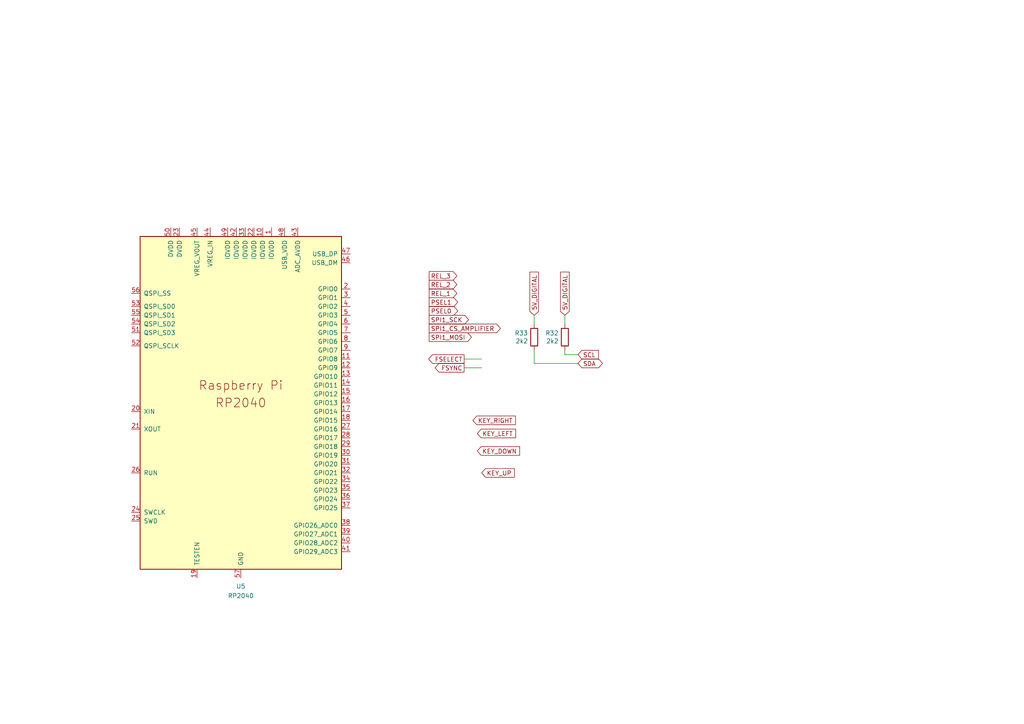
<source format=kicad_sch>
(kicad_sch (version 20210621) (generator eeschema)
  (paper "A4")
  (lib_symbols
    (symbol "Device:R" (pin_numbers hide) (pin_names (offset 0))
      (property "Reference" "R" (at 2.032 0 90))
      (property "Value" "R" (at 0 0 90))
      (symbol "R_0_1"
        (rectangle (start -1.016 -2.54) (end 1.016 2.54) (stroke (width 0.254)))
      )
      (symbol "R_1_1"
        (pin passive line (at 0 3.81 270) (length 1.27) (name "~") (number "1"))
        (pin passive line (at 0 -3.81 90) (length 1.27) (name "~") (number "2"))
      )
    )
    (symbol "MCU_RaspberryPi_and_Boards:RP2040" (pin_names (offset 1.016))
      (property "Reference" "U" (at -29.21 49.53 0))
      (property "Value" "RP2040" (at 24.13 -49.53 0))
      (symbol "RP2040_0_0"
        (text "Raspberry Pi" (at 0 5.08 0) (effects (font (size 2.54 2.54))))
        (text "RP2040" (at 0 0 0) (effects (font (size 2.54 2.54))))
      )
      (symbol "RP2040_0_1"
        (rectangle (start 29.21 48.26) (end -29.21 -48.26) (stroke (width 0.254)) (fill (type background)))
      )
      (symbol "RP2040_1_1"
        (pin power_in line (at 8.89 50.8 270) (length 2.54) (name "IOVDD") (number "1"))
        (pin power_in line (at 6.35 50.8 270) (length 2.54) (name "IOVDD") (number "10"))
        (pin bidirectional line (at 31.75 12.7 180) (length 2.54) (name "GPIO8") (number "11"))
        (pin bidirectional line (at 31.75 10.16 180) (length 2.54) (name "GPIO9") (number "12"))
        (pin bidirectional line (at 31.75 7.62 180) (length 2.54) (name "GPIO10") (number "13"))
        (pin bidirectional line (at 31.75 5.08 180) (length 2.54) (name "GPIO11") (number "14"))
        (pin bidirectional line (at 31.75 2.54 180) (length 2.54) (name "GPIO12") (number "15"))
        (pin bidirectional line (at 31.75 0 180) (length 2.54) (name "GPIO13") (number "16"))
        (pin bidirectional line (at 31.75 -2.54 180) (length 2.54) (name "GPIO14") (number "17"))
        (pin bidirectional line (at 31.75 -5.08 180) (length 2.54) (name "GPIO15") (number "18"))
        (pin passive line (at -12.7 -50.8 90) (length 2.54) (name "TESTEN") (number "19"))
        (pin bidirectional line (at 31.75 33.02 180) (length 2.54) (name "GPIO0") (number "2"))
        (pin input line (at -31.75 -2.54 0) (length 2.54) (name "XIN") (number "20"))
        (pin passive line (at -31.75 -7.62 0) (length 2.54) (name "XOUT") (number "21"))
        (pin power_in line (at 3.81 50.8 270) (length 2.54) (name "IOVDD") (number "22"))
        (pin power_in line (at -17.78 50.8 270) (length 2.54) (name "DVDD") (number "23"))
        (pin output line (at -31.75 -31.75 0) (length 2.54) (name "SWCLK") (number "24"))
        (pin bidirectional line (at -31.75 -34.29 0) (length 2.54) (name "SWD") (number "25"))
        (pin input line (at -31.75 -20.32 0) (length 2.54) (name "RUN") (number "26"))
        (pin bidirectional line (at 31.75 -7.62 180) (length 2.54) (name "GPIO16") (number "27"))
        (pin bidirectional line (at 31.75 -10.16 180) (length 2.54) (name "GPIO17") (number "28"))
        (pin bidirectional line (at 31.75 -12.7 180) (length 2.54) (name "GPIO18") (number "29"))
        (pin bidirectional line (at 31.75 30.48 180) (length 2.54) (name "GPIO1") (number "3"))
        (pin bidirectional line (at 31.75 -15.24 180) (length 2.54) (name "GPIO19") (number "30"))
        (pin bidirectional line (at 31.75 -17.78 180) (length 2.54) (name "GPIO20") (number "31"))
        (pin bidirectional line (at 31.75 -20.32 180) (length 2.54) (name "GPIO21") (number "32"))
        (pin power_in line (at 1.27 50.8 270) (length 2.54) (name "IOVDD") (number "33"))
        (pin bidirectional line (at 31.75 -22.86 180) (length 2.54) (name "GPIO22") (number "34"))
        (pin bidirectional line (at 31.75 -25.4 180) (length 2.54) (name "GPIO23") (number "35"))
        (pin bidirectional line (at 31.75 -27.94 180) (length 2.54) (name "GPIO24") (number "36"))
        (pin bidirectional line (at 31.75 -30.48 180) (length 2.54) (name "GPIO25") (number "37"))
        (pin bidirectional line (at 31.75 -35.56 180) (length 2.54) (name "GPIO26_ADC0") (number "38"))
        (pin bidirectional line (at 31.75 -38.1 180) (length 2.54) (name "GPIO27_ADC1") (number "39"))
        (pin bidirectional line (at 31.75 27.94 180) (length 2.54) (name "GPIO2") (number "4"))
        (pin bidirectional line (at 31.75 -40.64 180) (length 2.54) (name "GPIO28_ADC2") (number "40"))
        (pin bidirectional line (at 31.75 -43.18 180) (length 2.54) (name "GPIO29_ADC3") (number "41"))
        (pin power_in line (at -1.27 50.8 270) (length 2.54) (name "IOVDD") (number "42"))
        (pin power_in line (at 16.51 50.8 270) (length 2.54) (name "ADC_AVDD") (number "43"))
        (pin power_in line (at -8.89 50.8 270) (length 2.54) (name "VREG_IN") (number "44"))
        (pin power_out line (at -12.7 50.8 270) (length 2.54) (name "VREG_VOUT") (number "45"))
        (pin bidirectional line (at 31.75 40.64 180) (length 2.54) (name "USB_DM") (number "46"))
        (pin bidirectional line (at 31.75 43.18 180) (length 2.54) (name "USB_DP") (number "47"))
        (pin power_in line (at 12.7 50.8 270) (length 2.54) (name "USB_VDD") (number "48"))
        (pin power_in line (at -3.81 50.8 270) (length 2.54) (name "IOVDD") (number "49"))
        (pin bidirectional line (at 31.75 25.4 180) (length 2.54) (name "GPIO3") (number "5"))
        (pin power_in line (at -20.32 50.8 270) (length 2.54) (name "DVDD") (number "50"))
        (pin bidirectional line (at -31.75 20.32 0) (length 2.54) (name "QSPI_SD3") (number "51"))
        (pin output line (at -31.75 16.51 0) (length 2.54) (name "QSPI_SCLK") (number "52"))
        (pin bidirectional line (at -31.75 27.94 0) (length 2.54) (name "QSPI_SD0") (number "53"))
        (pin bidirectional line (at -31.75 22.86 0) (length 2.54) (name "QSPI_SD2") (number "54"))
        (pin bidirectional line (at -31.75 25.4 0) (length 2.54) (name "QSPI_SD1") (number "55"))
        (pin bidirectional line (at -31.75 31.75 0) (length 2.54) (name "QSPI_SS") (number "56"))
        (pin power_in line (at 0 -50.8 90) (length 2.54) (name "GND") (number "57"))
        (pin bidirectional line (at 31.75 22.86 180) (length 2.54) (name "GPIO4") (number "6"))
        (pin bidirectional line (at 31.75 20.32 180) (length 2.54) (name "GPIO5") (number "7"))
        (pin bidirectional line (at 31.75 17.78 180) (length 2.54) (name "GPIO6") (number "8"))
        (pin bidirectional line (at 31.75 15.24 180) (length 2.54) (name "GPIO7") (number "9"))
      )
    )
  )
  (wire (pts (xy 139.7 104.14) (xy 134.62 104.14)))
  (wire (pts (xy 139.7 106.68) (xy 134.62 106.68)))
  (wire (pts (xy 154.94 93.98) (xy 154.94 91.44)))
  (wire (pts (xy 154.94 101.6) (xy 154.94 105.41)))
  (wire (pts (xy 154.94 105.41) (xy 167.64 105.41)))
  (wire (pts (xy 163.83 93.98) (xy 163.83 91.44)))
  (wire (pts (xy 163.83 101.6) (xy 163.83 102.87)))
  (wire (pts (xy 163.83 102.87) (xy 167.64 102.87)))
  (global_label "REL_3" (shape output) (at 124.46 80.01 0) (property "Intersheet References" "${INTERSHEET_REFS}" (effects hide)))
  (global_label "REL_2" (shape output) (at 124.46 82.55 0) (property "Intersheet References" "${INTERSHEET_REFS}" (effects hide)))
  (global_label "REL_1" (shape output) (at 124.46 85.09 0) (property "Intersheet References" "${INTERSHEET_REFS}" (effects hide)))
  (global_label "PSEL1" (shape output) (at 124.46 87.63 0) (property "Intersheet References" "${INTERSHEET_REFS}" (effects hide)))
  (global_label "PSEL0" (shape output) (at 124.46 90.17 0) (property "Intersheet References" "${INTERSHEET_REFS}" (effects hide)))
  (global_label "SPI1_SCK" (shape output) (at 124.46 92.71 0) (property "Intersheet References" "${INTERSHEET_REFS}" (effects hide)))
  (global_label "SPI1_CS_AMPLIFIER" (shape output) (at 124.46 95.25 0) (property "Intersheet References" "${INTERSHEET_REFS}" (effects hide)))
  (global_label "SPI1_MOSI" (shape output) (at 124.46 97.79 0) (property "Intersheet References" "${INTERSHEET_REFS}" (effects hide)))
  (global_label "FSELECT" (shape output) (at 134.62 104.14 180) (property "Intersheet References" "${INTERSHEET_REFS}" (effects hide)))
  (global_label "FSYNC" (shape output) (at 134.62 106.68 180) (property "Intersheet References" "${INTERSHEET_REFS}" (effects hide)))
  (global_label "KEY_RIGHT" (shape input) (at 137.16 121.92 0) (property "Intersheet References" "${INTERSHEET_REFS}" (effects hide)))
  (global_label "KEY_LEFT" (shape input) (at 138.43 125.73 0) (property "Intersheet References" "${INTERSHEET_REFS}" (effects hide)))
  (global_label "KEY_DOWN" (shape input) (at 138.43 130.81 0) (property "Intersheet References" "${INTERSHEET_REFS}" (effects hide)))
  (global_label "KEY_UP" (shape input) (at 139.7 137.16 0) (property "Intersheet References" "${INTERSHEET_REFS}" (effects hide)))
  (global_label "5V_DIGITAL" (shape input) (at 154.94 91.44 90) (property "Intersheet References" "${INTERSHEET_REFS}" (effects hide)))
  (global_label "5V_DIGITAL" (shape input) (at 163.83 91.44 90) (property "Intersheet References" "${INTERSHEET_REFS}" (effects hide)))
  (global_label "SCL" (shape input) (at 167.64 102.87 0) (property "Intersheet References" "${INTERSHEET_REFS}" (effects hide)))
  (global_label "SDA" (shape bidirectional) (at 167.64 105.41 0) (property "Intersheet References" "${INTERSHEET_REFS}" (effects hide)))
  (symbol (lib_id "Device:R") (at 154.94 97.79 0) (mirror y) (unit 1)
    (property "Reference" "R33" (at 153.162 96.6216 0) (effects (justify left)))
    (property "Value" "2k2" (at 153.162 98.933 0) (effects (justify left)))
    (property "Footprint" "Resistor_SMD:R_0402_1005Metric" (effects hide))
  )
  (symbol (lib_id "Device:R") (at 163.83 97.79 0) (mirror y) (unit 1)
    (property "Reference" "R32" (at 162.052 96.6216 0) (effects (justify left)))
    (property "Value" "2k2" (at 162.052 98.933 0) (effects (justify left)))
    (property "Footprint" "Resistor_SMD:R_0402_1005Metric" (effects hide))
  )
  (symbol (lib_id "MCU_RaspberryPi_and_Boards:RP2040") (at 69.85 116.84 0) (unit 1)
    (property "Reference" "U5" (at 69.85 170.0436 0))
    (property "Value" "RP2040" (at 69.85 172.8187 0))
    (property "Footprint" "MCU_RaspberryPi_and_Boards:RPi_Pico_SMD_TH" (effects hide))
  )
)
</source>
